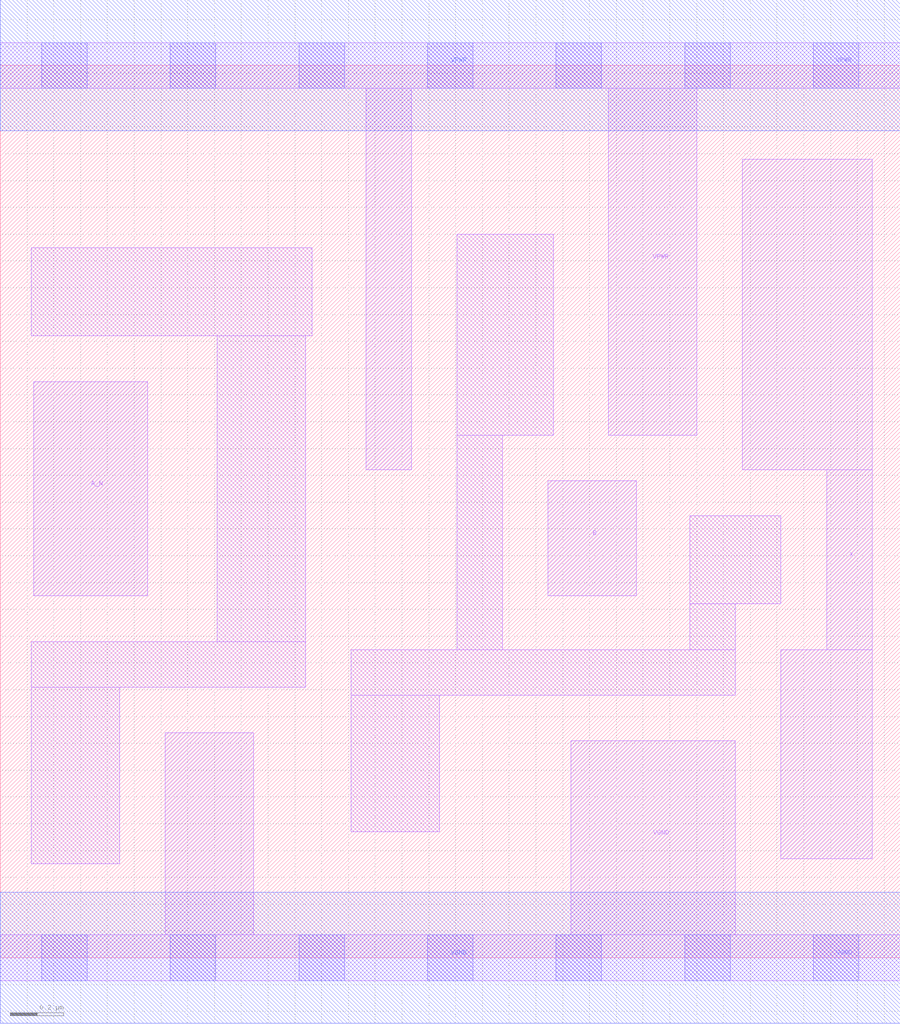
<source format=lef>
# Copyright 2020 The SkyWater PDK Authors
#
# Licensed under the Apache License, Version 2.0 (the "License");
# you may not use this file except in compliance with the License.
# You may obtain a copy of the License at
#
#     https://www.apache.org/licenses/LICENSE-2.0
#
# Unless required by applicable law or agreed to in writing, software
# distributed under the License is distributed on an "AS IS" BASIS,
# WITHOUT WARRANTIES OR CONDITIONS OF ANY KIND, either express or implied.
# See the License for the specific language governing permissions and
# limitations under the License.
#
# SPDX-License-Identifier: Apache-2.0

VERSION 5.7 ;
  NAMESCASESENSITIVE ON ;
  NOWIREEXTENSIONATPIN ON ;
  DIVIDERCHAR "/" ;
  BUSBITCHARS "[]" ;
UNITS
  DATABASE MICRONS 200 ;
END UNITS
MACRO sky130_fd_sc_ls__and2b_1
  CLASS CORE ;
  SOURCE USER ;
  FOREIGN sky130_fd_sc_ls__and2b_1 ;
  ORIGIN  0.000000  0.000000 ;
  SIZE  3.360000 BY  3.330000 ;
  SYMMETRY X Y ;
  SITE unit ;
  PIN A_N
    ANTENNAGATEAREA  0.208500 ;
    DIRECTION INPUT ;
    USE SIGNAL ;
    PORT
      LAYER li1 ;
        RECT 0.125000 1.350000 0.550000 2.150000 ;
    END
  END A_N
  PIN B
    ANTENNAGATEAREA  0.222000 ;
    DIRECTION INPUT ;
    USE SIGNAL ;
    PORT
      LAYER li1 ;
        RECT 2.045000 1.350000 2.375000 1.780000 ;
    END
  END B
  PIN X
    ANTENNADIFFAREA  0.541300 ;
    DIRECTION OUTPUT ;
    USE SIGNAL ;
    PORT
      LAYER li1 ;
        RECT 2.770000 1.820000 3.255000 2.980000 ;
        RECT 2.915000 0.370000 3.255000 1.150000 ;
        RECT 3.085000 1.150000 3.255000 1.820000 ;
    END
  END X
  PIN VGND
    DIRECTION INOUT ;
    SHAPE ABUTMENT ;
    USE GROUND ;
    PORT
      LAYER li1 ;
        RECT 0.000000 -0.085000 3.360000 0.085000 ;
        RECT 0.615000  0.085000 0.945000 0.840000 ;
        RECT 2.130000  0.085000 2.745000 0.810000 ;
      LAYER mcon ;
        RECT 0.155000 -0.085000 0.325000 0.085000 ;
        RECT 0.635000 -0.085000 0.805000 0.085000 ;
        RECT 1.115000 -0.085000 1.285000 0.085000 ;
        RECT 1.595000 -0.085000 1.765000 0.085000 ;
        RECT 2.075000 -0.085000 2.245000 0.085000 ;
        RECT 2.555000 -0.085000 2.725000 0.085000 ;
        RECT 3.035000 -0.085000 3.205000 0.085000 ;
      LAYER met1 ;
        RECT 0.000000 -0.245000 3.360000 0.245000 ;
    END
  END VGND
  PIN VPWR
    DIRECTION INOUT ;
    SHAPE ABUTMENT ;
    USE POWER ;
    PORT
      LAYER li1 ;
        RECT 0.000000 3.245000 3.360000 3.415000 ;
        RECT 1.365000 1.820000 1.535000 3.245000 ;
        RECT 2.270000 1.950000 2.600000 3.245000 ;
      LAYER mcon ;
        RECT 0.155000 3.245000 0.325000 3.415000 ;
        RECT 0.635000 3.245000 0.805000 3.415000 ;
        RECT 1.115000 3.245000 1.285000 3.415000 ;
        RECT 1.595000 3.245000 1.765000 3.415000 ;
        RECT 2.075000 3.245000 2.245000 3.415000 ;
        RECT 2.555000 3.245000 2.725000 3.415000 ;
        RECT 3.035000 3.245000 3.205000 3.415000 ;
      LAYER met1 ;
        RECT 0.000000 3.085000 3.360000 3.575000 ;
    END
  END VPWR
  OBS
    LAYER li1 ;
      RECT 0.115000 0.350000 0.445000 1.010000 ;
      RECT 0.115000 1.010000 1.140000 1.180000 ;
      RECT 0.115000 2.320000 1.165000 2.650000 ;
      RECT 0.810000 1.180000 1.140000 2.320000 ;
      RECT 1.310000 0.470000 1.640000 0.980000 ;
      RECT 1.310000 0.980000 2.745000 1.150000 ;
      RECT 1.705000 1.150000 1.875000 1.950000 ;
      RECT 1.705000 1.950000 2.065000 2.700000 ;
      RECT 2.575000 1.150000 2.745000 1.320000 ;
      RECT 2.575000 1.320000 2.915000 1.650000 ;
  END
END sky130_fd_sc_ls__and2b_1

</source>
